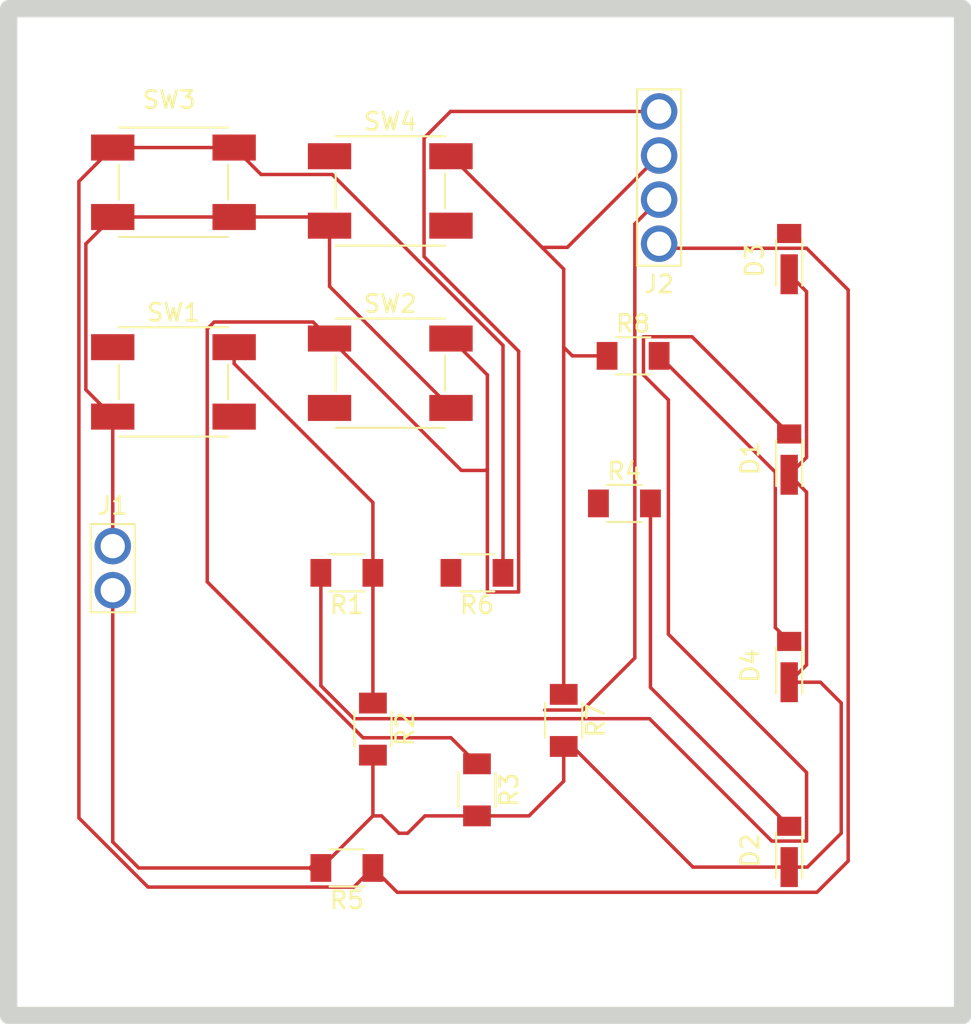
<source format=kicad_pcb>
(kicad_pcb (version 20241229) (generator "pcbnew") (generator_version "9.0")
  (layers (0 "F.Cu" signal) (2 "B.Cu" signal) (13 "F.Paste" user) (15 "B.Paste" user) (5 "F.SilkS" user "F.Silkscreen") (7 "B.SilkS" user "B.Silkscreen") (1 "F.Mask" user) (3 "B.Mask" user) (25 "Edge.Cuts" user))
  (net 0 "")
  (net 1 "Net-(D1-A)")
  (net 2 "PWR_GND")
  (net 3 "Net-(D2-A)")
  (net 4 "Net-(D3-A)")
  (net 5 "Net-(D4-A)")
  (net 6 "PWR_5V")
  (net 7 "/S1")
  (net 8 "/S3")
  (net 9 "/S2")
  (net 10 "/S4")
  (footprint "fab:Button_Omron_B3SN_6.0x6.0mm" (layer "F.Cu") (at 45.5 37.5)
    (property "Reference" "SW2" (at 0 -4 0) (layer "F.SilkS"))
    (property "Value" "Switch_Tactile_Omron")
    (fp_line (start -3.15 -3.15) (end 3.15 -3.15) (stroke (width 0.12)) (layer "F.SilkS"))
    (fp_line (start -3.15 1) (end -3.15 -1) (stroke (width 0.12)) (layer "F.SilkS"))
    (fp_line (start 3.15 -1) (end 3.15 1) (stroke (width 0.12)) (layer "F.SilkS"))
    (fp_line (start 3.15 3.15) (end -3.15 3.15) (stroke (width 0.12)) (layer "F.SilkS"))
    (pad "1" smd rect (at -3.5 -2) (size 2.5 1.5) (layers "F.Cu" "F.Mask" "F.Paste") (net 10 "/S4"))
    (pad "1" smd rect (at 3.5 -2) (size 2.5 1.5) (layers "F.Cu" "F.Mask" "F.Paste") (net 10 "/S4"))
    (pad "2" smd rect (at -3.5 2) (size 2.5 1.5) (layers "F.Cu" "F.Mask" "F.Paste") (net 6 "PWR_5V"))
    (pad "2" smd rect (at 3.5 2) (size 2.5 1.5) (layers "F.Cu" "F.Mask" "F.Paste") (net 6 "PWR_5V"))
  )
  (footprint "fab:Button_Omron_B3SN_6.0x6.0mm" (layer "F.Cu") (at 33 38)
    (property "Reference" "SW1" (at 0 -4 0) (layer "F.SilkS"))
    (property "Value" "Switch_Tactile_Omron")
    (fp_line (start -3.15 -3.15) (end 3.15 -3.15) (stroke (width 0.12)) (layer "F.SilkS"))
    (fp_line (start -3.15 1) (end -3.15 -1) (stroke (width 0.12)) (layer "F.SilkS"))
    (fp_line (start 3.15 -1) (end 3.15 1) (stroke (width 0.12)) (layer "F.SilkS"))
    (fp_line (start 3.15 3.15) (end -3.15 3.15) (stroke (width 0.12)) (layer "F.SilkS"))
    (pad "1" smd rect (at -3.5 -2) (size 2.5 1.5) (layers "F.Cu" "F.Mask" "F.Paste") (net 9 "/S2"))
    (pad "1" smd rect (at 3.5 -2) (size 2.5 1.5) (layers "F.Cu" "F.Mask" "F.Paste") (net 9 "/S2"))
    (pad "2" smd rect (at -3.5 2) (size 2.5 1.5) (layers "F.Cu" "F.Mask" "F.Paste") (net 6 "PWR_5V"))
    (pad "2" smd rect (at 3.5 2) (size 2.5 1.5) (layers "F.Cu" "F.Mask" "F.Paste") (net 6 "PWR_5V"))
  )
  (footprint "fab:R_1206" (layer "F.Cu") (at 50.5 61.5 -90)
    (property "Reference" "R3" (at 0 -1.85 90) (layer "F.SilkS"))
    (property "Value" "R_1206")
    (fp_line (start 1 1.07) (end -1 1.07) (stroke (width 0.12)) (layer "F.SilkS"))
    (fp_line (start -1 -1.07) (end 1 -1.07) (stroke (width 0.12)) (layer "F.SilkS"))
    (pad "1" smd rect (at -1.5 0 270) (size 1.2 1.6) (layers "F.Cu" "F.Mask" "F.Paste") (net 10 "/S4"))
    (pad "2" smd rect (at 1.5 0 270) (size 1.2 1.6) (layers "F.Cu" "F.Mask" "F.Paste") (net 2 "PWR_GND"))
  )
  (footprint "fab:LED_Luminus_1206" (layer "F.Cu") (at 68.5 54.35 -90)
    (property "Reference" "D4" (at 0 2.25 90) (layer "F.SilkS"))
    (property "Value" "LED_Luminus_1206")
    (fp_line (start -1.04 0.75) (end 1.6 0.75) (stroke (width 0.12)) (layer "F.SilkS"))
    (fp_line (start 1.6 -0.75) (end -1.06 -0.75) (stroke (width 0.12)) (layer "F.SilkS"))
    (pad "1" smd rect (at 0.95 0 270) (size 2.3 1) (layers "F.Cu" "F.Mask" "F.Paste") (net 2 "PWR_GND"))
    (pad "2" smd rect (at -1.4 0 270) (size 1.1 1.4) (layers "F.Cu" "F.Mask" "F.Paste") (net 5 "Net-(D4-A)"))
  )
  (footprint "fab:R_1206" (layer "F.Cu") (at 43 49 180)
    (property "Reference" "R1" (at 0 -1.85 0) (layer "F.SilkS"))
    (property "Value" "R_1206")
    (fp_line (start 1 1.07) (end -1 1.07) (stroke (width 0.12)) (layer "F.SilkS"))
    (fp_line (start -1 -1.07) (end 1 -1.07) (stroke (width 0.12)) (layer "F.SilkS"))
    (pad "1" smd rect (at -1.5 0 180) (size 1.2 1.6) (layers "F.Cu" "F.Mask" "F.Paste") (net 9 "/S2"))
    (pad "2" smd rect (at 1.5 0 180) (size 1.2 1.6) (layers "F.Cu" "F.Mask" "F.Paste") (net 1 "Net-(D1-A)"))
  )
  (footprint "fab:Button_Omron_B3SN_6.0x6.0mm" (layer "F.Cu") (at 45.5 27)
    (property "Reference" "SW4" (at 0 -4 0) (layer "F.SilkS"))
    (property "Value" "Switch_Tactile_Omron")
    (fp_line (start -3.15 -3.15) (end 3.15 -3.15) (stroke (width 0.12)) (layer "F.SilkS"))
    (fp_line (start -3.15 1) (end -3.15 -1) (stroke (width 0.12)) (layer "F.SilkS"))
    (fp_line (start 3.15 -1) (end 3.15 1) (stroke (width 0.12)) (layer "F.SilkS"))
    (fp_line (start 3.15 3.15) (end -3.15 3.15) (stroke (width 0.12)) (layer "F.SilkS"))
    (pad "1" smd rect (at -3.5 -2) (size 2.5 1.5) (layers "F.Cu" "F.Mask" "F.Paste") (net 8 "/S3"))
    (pad "1" smd rect (at 3.5 -2) (size 2.5 1.5) (layers "F.Cu" "F.Mask" "F.Paste") (net 8 "/S3"))
    (pad "2" smd rect (at -3.5 2) (size 2.5 1.5) (layers "F.Cu" "F.Mask" "F.Paste") (net 6 "PWR_5V"))
    (pad "2" smd rect (at 3.5 2) (size 2.5 1.5) (layers "F.Cu" "F.Mask" "F.Paste") (net 6 "PWR_5V"))
  )
  (footprint "fab:R_1206" (layer "F.Cu") (at 59 45)
    (property "Reference" "R4" (at 0 -1.85 0) (layer "F.SilkS"))
    (property "Value" "R_1206")
    (fp_line (start -1 -1.07) (end 1 -1.07) (stroke (width 0.12)) (layer "F.SilkS"))
    (fp_line (start 1 1.07) (end -1 1.07) (stroke (width 0.12)) (layer "F.SilkS"))
    (pad "1" smd rect (at -1.5 0) (size 1.2 1.6) (layers "F.Cu" "F.Mask" "F.Paste") (net 10 "/S4"))
    (pad "2" smd rect (at 1.5 0) (size 1.2 1.6) (layers "F.Cu" "F.Mask" "F.Paste") (net 3 "Net-(D2-A)"))
  )
  (footprint "fab:R_1206" (layer "F.Cu") (at 59.5 36.5)
    (property "Reference" "R8" (at 0 -1.85 0) (layer "F.SilkS"))
    (property "Value" "R_1206")
    (fp_line (start -1 -1.07) (end 1 -1.07) (stroke (width 0.12)) (layer "F.SilkS"))
    (fp_line (start 1 1.07) (end -1 1.07) (stroke (width 0.12)) (layer "F.SilkS"))
    (pad "1" smd rect (at -1.5 0) (size 1.2 1.6) (layers "F.Cu" "F.Mask" "F.Paste") (net 8 "/S3"))
    (pad "2" smd rect (at 1.5 0) (size 1.2 1.6) (layers "F.Cu" "F.Mask" "F.Paste") (net 5 "Net-(D4-A)"))
  )
  (footprint "fab:PinHeader_1x04_P2.54mm_Vertical_THT_D1.4mm" (layer "F.Cu") (at 61 30.04 180)
    (property "Reference" "J2" (at 0 -2.33 0) (layer "F.SilkS"))
    (property "Value" "SALIDAS")
    (fp_line (start 1.27 -1.27) (end 1.27 8.89) (stroke (width 0.12)) (layer "F.SilkS"))
    (fp_line (start -1.27 8.89) (end 1.27 8.89) (stroke (width 0.12)) (layer "F.SilkS"))
    (fp_line (start -1.27 -1.27) (end 1.27 -1.27) (stroke (width 0.12)) (layer "F.SilkS"))
    (fp_line (start -1.27 -1.27) (end -1.27 8.89) (stroke (width 0.12)) (layer "F.SilkS"))
    (pad "1" thru_hole circle (at 0 0 180) (size 2.1 2.1) (drill 1.4) (layers "*.Cu" "*.Mask") (net 7 "/S1"))
    (pad "2" thru_hole circle (at 0 2.54 180) (size 2.1 2.1) (drill 1.4) (layers "*.Cu" "*.Mask") (net 9 "/S2"))
    (pad "3" thru_hole circle (at 0 5.08 180) (size 2.1 2.1) (drill 1.4) (layers "*.Cu" "*.Mask") (net 8 "/S3"))
    (pad "4" thru_hole circle (at 0 7.62 180) (size 2.1 2.1) (drill 1.4) (layers "*.Cu" "*.Mask") (net 10 "/S4"))
  )
  (footprint "fab:LED_Luminus_1206" (layer "F.Cu") (at 68.5 30.85 -90)
    (property "Reference" "D3" (at 0.15 2 270) (layer "F.SilkS"))
    (property "Value" "LED_Luminus_1206")
    (fp_line (start -1.04 0.75) (end 1.6 0.75) (stroke (width 0.12)) (layer "F.SilkS"))
    (fp_line (start 1.6 -0.75) (end -1.06 -0.75) (stroke (width 0.12)) (layer "F.SilkS"))
    (pad "1" smd rect (at 0.95 0 270) (size 2.3 1) (layers "F.Cu" "F.Mask" "F.Paste") (net 2 "PWR_GND"))
    (pad "2" smd rect (at -1.4 0 270) (size 1.1 1.4) (layers "F.Cu" "F.Mask" "F.Paste") (net 4 "Net-(D3-A)"))
  )
  (footprint "fab:R_1206" (layer "F.Cu") (at 50.5 49 180)
    (property "Reference" "R6" (at 0 -1.85 0) (layer "F.SilkS"))
    (property "Value" "R_1206")
    (fp_line (start 1 1.07) (end -1 1.07) (stroke (width 0.12)) (layer "F.SilkS"))
    (fp_line (start -1 -1.07) (end 1 -1.07) (stroke (width 0.12)) (layer "F.SilkS"))
    (pad "1" smd rect (at -1.5 0 180) (size 1.2 1.6) (layers "F.Cu" "F.Mask" "F.Paste") (net 7 "/S1"))
    (pad "2" smd rect (at 1.5 0 180) (size 1.2 1.6) (layers "F.Cu" "F.Mask" "F.Paste") (net 4 "Net-(D3-A)"))
  )
  (footprint "fab:Button_Omron_B3SN_6.0x6.0mm" (layer "F.Cu") (at 33 26.5)
    (property "Reference" "SW3" (at -0.25 -4.75 0) (layer "F.SilkS"))
    (property "Value" "Switch_Tactile_Omron")
    (fp_line (start -3.15 -3.15) (end 3.15 -3.15) (stroke (width 0.12)) (layer "F.SilkS"))
    (fp_line (start -3.15 1) (end -3.15 -1) (stroke (width 0.12)) (layer "F.SilkS"))
    (fp_line (start 3.15 -1) (end 3.15 1) (stroke (width 0.12)) (layer "F.SilkS"))
    (fp_line (start 3.15 3.15) (end -3.15 3.15) (stroke (width 0.12)) (layer "F.SilkS"))
    (pad "1" smd rect (at -3.5 -2) (size 2.5 1.5) (layers "F.Cu" "F.Mask" "F.Paste") (net 7 "/S1"))
    (pad "1" smd rect (at 3.5 -2) (size 2.5 1.5) (layers "F.Cu" "F.Mask" "F.Paste") (net 7 "/S1"))
    (pad "2" smd rect (at -3.5 2) (size 2.5 1.5) (layers "F.Cu" "F.Mask" "F.Paste") (net 6 "PWR_5V"))
    (pad "2" smd rect (at 3.5 2) (size 2.5 1.5) (layers "F.Cu" "F.Mask" "F.Paste") (net 6 "PWR_5V"))
  )
  (footprint "fab:R_1206" (layer "F.Cu") (at 55.5 57.5 -90)
    (property "Reference" "R7" (at 0 -1.85 90) (layer "F.SilkS"))
    (property "Value" "R_1206")
    (fp_line (start 1 1.07) (end -1 1.07) (stroke (width 0.12)) (layer "F.SilkS"))
    (fp_line (start -1 -1.07) (end 1 -1.07) (stroke (width 0.12)) (layer "F.SilkS"))
    (pad "1" smd rect (at -1.5 0 270) (size 1.2 1.6) (layers "F.Cu" "F.Mask" "F.Paste") (net 8 "/S3"))
    (pad "2" smd rect (at 1.5 0 270) (size 1.2 1.6) (layers "F.Cu" "F.Mask" "F.Paste") (net 2 "PWR_GND"))
  )
  (footprint "fab:PinHeader_1x02_P2.54mm_Vertical_THT_D1.4mm" (layer "F.Cu") (at 29.5 47.46)
    (property "Reference" "J1" (at 0 -2.33 0) (layer "F.SilkS"))
    (property "Value" "Alimentacion")
    (fp_line (start -1.27 -1.27) (end -1.27 3.81) (stroke (width 0.12)) (layer "F.SilkS"))
    (fp_line (start -1.27 -1.27) (end 1.27 -1.27) (stroke (width 0.12)) (layer "F.SilkS"))
    (fp_line (start -1.27 3.81) (end 1.27 3.81) (stroke (width 0.12)) (layer "F.SilkS"))
    (fp_line (start 1.27 -1.27) (end 1.27 3.81) (stroke (width 0.12)) (layer "F.SilkS"))
    (pad "1" thru_hole circle (at 0 0) (size 2.1 2.1) (drill 1.4) (layers "*.Cu" "*.Mask") (net 6 "PWR_5V"))
    (pad "2" thru_hole circle (at 0 2.54) (size 2.1 2.1) (drill 1.4) (layers "*.Cu" "*.Mask") (net 2 "PWR_GND"))
  )
  (footprint "fab:LED_Luminus_1206" (layer "F.Cu") (at 68.5 42.4 -90)
    (property "Reference" "D1" (at 0 2.25 90) (layer "F.SilkS"))
    (property "Value" "LED_Luminus_1206")
    (fp_line (start -1.04 0.75) (end 1.6 0.75) (stroke (width 0.12)) (layer "F.SilkS"))
    (fp_line (start 1.6 -0.75) (end -1.06 -0.75) (stroke (width 0.12)) (layer "F.SilkS"))
    (pad "1" smd rect (at 0.95 0 270) (size 2.3 1) (layers "F.Cu" "F.Mask" "F.Paste") (net 2 "PWR_GND"))
    (pad "2" smd rect (at -1.4 0 270) (size 1.1 1.4) (layers "F.Cu" "F.Mask" "F.Paste") (net 1 "Net-(D1-A)"))
  )
  (footprint "fab:R_1206" (layer "F.Cu") (at 44.5 58 -90)
    (property "Reference" "R2" (at 0 -1.85 90) (layer "F.SilkS"))
    (property "Value" "R_1206")
    (fp_line (start 1 1.07) (end -1 1.07) (stroke (width 0.12)) (layer "F.SilkS"))
    (fp_line (start -1 -1.07) (end 1 -1.07) (stroke (width 0.12)) (layer "F.SilkS"))
    (pad "1" smd rect (at -1.5 0 270) (size 1.2 1.6) (layers "F.Cu" "F.Mask" "F.Paste") (net 9 "/S2"))
    (pad "2" smd rect (at 1.5 0 270) (size 1.2 1.6) (layers "F.Cu" "F.Mask" "F.Paste") (net 2 "PWR_GND"))
  )
  (footprint "fab:R_1206" (layer "F.Cu") (at 43 66 180)
    (property "Reference" "R5" (at 0 -1.85 0) (layer "F.SilkS"))
    (property "Value" "R_1206")
    (fp_line (start 1 1.07) (end -1 1.07) (stroke (width 0.12)) (layer "F.SilkS"))
    (fp_line (start -1 -1.07) (end 1 -1.07) (stroke (width 0.12)) (layer "F.SilkS"))
    (pad "1" smd rect (at -1.5 0 180) (size 1.2 1.6) (layers "F.Cu" "F.Mask" "F.Paste") (net 7 "/S1"))
    (pad "2" smd rect (at 1.5 0 180) (size 1.2 1.6) (layers "F.Cu" "F.Mask" "F.Paste") (net 2 "PWR_GND"))
  )
  (footprint "fab:LED_Luminus_1206" (layer "F.Cu") (at 68.5 65 -90)
    (property "Reference" "D2" (at 0 2.25 90) (layer "F.SilkS"))
    (property "Value" "LED_Luminus_1206")
    (fp_line (start -1.04 0.75) (end 1.6 0.75) (stroke (width 0.12)) (layer "F.SilkS"))
    (fp_line (start 1.6 -0.75) (end -1.06 -0.75) (stroke (width 0.12)) (layer "F.SilkS"))
    (pad "1" smd rect (at 0.95 0 270) (size 2.3 1) (layers "F.Cu" "F.Mask" "F.Paste") (net 2 "PWR_GND"))
    (pad "2" smd rect (at -1.4 0 270) (size 1.1 1.4) (layers "F.Cu" "F.Mask" "F.Paste") (net 3 "Net-(D2-A)"))
  )
  (gr_rect (start 23.5 16.5) (end 78.5 74.5) (stroke (width 1)) (fill no) (layer "Edge.Cuts"))
  (segment (start 60.099 35.399) (end 62.899 35.399) (width 0.2) (layer "F.Cu") (net 1))
  (segment (start 61.5339 39.0359) (end 60.099 37.601) (width 0.2) (layer "F.Cu") (net 1))
  (segment (start 41.5 55.502) (end 43.399 57.401) (width 0.2) (layer "F.Cu") (net 1))
  (segment (start 41.5 49) (end 41.5 55.502) (width 0.2) (layer "F.Cu") (net 1))
  (segment (start 69.501 64.451) (end 69.501 60.501) (width 0.2) (layer "F.Cu") (net 1))
  (segment (start 60.099 37.601) (end 60.099 35.399) (width 0.2) (layer "F.Cu") (net 1))
  (segment (start 61.5339 52.5339) (end 61.5339 39.0359) (width 0.2) (layer "F.Cu") (net 1))
  (segment (start 60.449 57.401) (end 67.499 64.451) (width 0.2) (layer "F.Cu") (net 1))
  (segment (start 43.399 57.401) (end 60.449 57.401) (width 0.2) (layer "F.Cu") (net 1))
  (segment (start 62.899 35.399) (end 68.5 41) (width 0.2) (layer "F.Cu") (net 1))
  (segment (start 69.501 60.501) (end 61.5339 52.5339) (width 0.2) (layer "F.Cu") (net 1))
  (segment (start 67.499 64.451) (end 69.501 64.451) (width 0.2) (layer "F.Cu") (net 1))
  (segment (start 29.5 50) (end 29.5 64.5) (width 0.2) (layer "F.Cu") (net 2))
  (segment (start 46 64) (end 46.5 64) (width 0.2) (layer "F.Cu") (net 2))
  (segment (start 41.5 66) (end 41 66) (width 0.4) (layer "F.Cu") (net 2))
  (segment (start 46.5 64) (end 47.5 63) (width 0.2) (layer "F.Cu") (net 2))
  (segment (start 68.5 55.3) (end 69.5 54.3) (width 0.2) (layer "F.Cu") (net 2))
  (segment (start 71.5 56.5) (end 70.3 55.3) (width 0.2) (layer "F.Cu") (net 2))
  (segment (start 41.5 66) (end 44.5 63) (width 0.2) (layer "F.Cu") (net 2))
  (segment (start 44.5 63) (end 44.5 59.5) (width 0.2) (layer "F.Cu") (net 2))
  (segment (start 69.5 32.8) (end 68.5 31.8) (width 0.2) (layer "F.Cu") (net 2))
  (segment (start 50.5 63) (end 53.5 63) (width 0.2) (layer "F.Cu") (net 2))
  (segment (start 69.55 65.95) (end 71.5 64) (width 0.2) (layer "F.Cu") (net 2))
  (segment (start 53.5 63) (end 55.5 61) (width 0.2) (layer "F.Cu") (net 2))
  (segment (start 55.5 59) (end 56 59) (width 0.2) (layer "F.Cu") (net 2))
  (segment (start 29.5 64.5) (end 31 66) (width 0.2) (layer "F.Cu") (net 2))
  (segment (start 45 63) (end 46 64) (width 0.2) (layer "F.Cu") (net 2))
  (segment (start 69.5 42.35) (end 69.5 32.8) (width 0.2) (layer "F.Cu") (net 2))
  (segment (start 44.5 63) (end 45 63) (width 0.2) (layer "F.Cu") (net 2))
  (segment (start 69.5 54.3) (end 69.5 44.35) (width 0.2) (layer "F.Cu") (net 2))
  (segment (start 56 59) (end 62.95 65.95) (width 0.2) (layer "F.Cu") (net 2))
  (segment (start 55.5 61) (end 55.5 59) (width 0.2) (layer "F.Cu") (net 2))
  (segment (start 68.5 65.95) (end 69.55 65.95) (width 0.2) (layer "F.Cu") (net 2))
  (segment (start 68.5 43.35) (end 69.5 42.35) (width 0.2) (layer "F.Cu") (net 2))
  (segment (start 47.5 63) (end 50.5 63) (width 0.2) (layer "F.Cu") (net 2))
  (segment (start 70.3 55.3) (end 68.5 55.3) (width 0.2) (layer "F.Cu") (net 2))
  (segment (start 31 66) (end 41.5 66) (width 0.2) (layer "F.Cu") (net 2))
  (segment (start 71.5 64) (end 71.5 56.5) (width 0.2) (layer "F.Cu") (net 2))
  (segment (start 69.5 44.35) (end 68.5 43.35) (width 0.2) (layer "F.Cu") (net 2))
  (segment (start 62.95 65.95) (end 68.5 65.95) (width 0.2) (layer "F.Cu") (net 2))
  (segment (start 60.5 45) (end 60.5 55.6) (width 0.2) (layer "F.Cu") (net 3))
  (segment (start 60.5 55.6) (end 68.5 63.6) (width 0.2) (layer "F.Cu") (net 3))
  (segment (start 61 36.5) (end 67.699 43.199) (width 0.2) (layer "F.Cu") (net 5))
  (segment (start 67.699 43.199) (end 67.699 52.149) (width 0.2) (layer "F.Cu") (net 5))
  (segment (start 67.699 52.149) (end 68.5 52.95) (width 0.2) (layer "F.Cu") (net 5))
  (segment (start 27.949 30.051) (end 29.5 28.5) (width 0.2) (layer "F.Cu") (net 6))
  (segment (start 41.5 28.5) (end 42 29) (width 0.2) (layer "F.Cu") (net 6))
  (segment (start 29.5 47.46) (end 29.5 40) (width 0.2) (layer "F.Cu") (net 6))
  (segment (start 42 32.5) (end 49 39.5) (width 0.2) (layer "F.Cu") (net 6))
  (segment (start 29.5 28.5) (end 41.5 28.5) (width 0.2) (layer "F.Cu") (net 6))
  (segment (start 29.5 40) (end 27.949 38.449) (width 0.2) (layer "F.Cu") (net 6))
  (segment (start 42 29) (end 42 32.5) (width 0.2) (layer "F.Cu") (net 6))
  (segment (start 27.949 38.449) (end 27.949 30.051) (width 0.2) (layer "F.Cu") (net 6))
  (segment (start 36.5 24.5) (end 38.051 26.051) (width 0.2) (layer "F.Cu") (net 7))
  (segment (start 71.901 32.701) (end 69.501 30.301) (width 0.2) (layer "F.Cu") (net 7))
  (segment (start 27.548 63.1151) (end 31.5339 67.101) (width 0.2) (layer "F.Cu") (net 7))
  (segment (start 27.548 26.452) (end 27.548 63.1151) (width 0.2) (layer "F.Cu") (net 7))
  (segment (start 70.099 67.401) (end 71.901 65.599) (width 0.2) (layer "F.Cu") (net 7))
  (segment (start 38.051 26.051) (end 42.153 26.051) (width 0.2) (layer "F.Cu") (net 7))
  (segment (start 69.501 30.301) (end 61.261 30.301) (width 0.2) (layer "F.Cu") (net 7))
  (segment (start 42.153 26.051) (end 52 35.898) (width 0.2) (layer "F.Cu") (net 7))
  (segment (start 31.5339 67.101) (end 43.399 67.101) (width 0.2) (layer "F.Cu") (net 7))
  (segment (start 43.399 67.101) (end 44.5 66) (width 0.2) (layer "F.Cu") (net 7))
  (segment (start 71.901 65.599) (end 71.901 32.701) (width 0.2) (layer "F.Cu") (net 7))
  (segment (start 44.5 66) (end 45.901 67.401) (width 0.2) (layer "F.Cu") (net 7))
  (segment (start 61.261 30.301) (end 61 30.04) (width 0.2) (layer "F.Cu") (net 7))
  (segment (start 45.901 67.401) (end 70.099 67.401) (width 0.2) (layer "F.Cu") (net 7))
  (segment (start 29.5 24.5) (end 27.548 26.452) (width 0.2) (layer "F.Cu") (net 7))
  (segment (start 36.5 24.5) (end 29.5 24.5) (width 0.2) (layer "F.Cu") (net 7))
  (segment (start 52 35.898) (end 52 49) (width 0.2) (layer "F.Cu") (net 7))
  (segment (start 55.5 36) (end 55.5 56) (width 0.2) (layer "F.Cu") (net 8))
  (segment (start 55.5 36) (end 56 36.5) (width 0.2) (layer "F.Cu") (net 8))
  (segment (start 56 36.5) (end 58 36.5) (width 0.2) (layer "F.Cu") (net 8))
  (segment (start 53.5 29.5) (end 54.25 30.25) (width 0.2) (layer "F.Cu") (net 8))
  (segment (start 55.5 31.5) (end 55.5 36) (width 0.2) (layer "F.Cu") (net 8))
  (segment (start 54.25 30.25) (end 55.71 30.25) (width 0.2) (layer "F.Cu") (net 8))
  (segment (start 54.25 30.25) (end 55.5 31.5) (width 0.2) (layer "F.Cu") (net 8))
  (segment (start 55.71 30.25) (end 61 24.96) (width 0.2) (layer "F.Cu") (net 8))
  (segment (start 49 25) (end 53.5 29.5) (width 0.2) (layer "F.Cu") (net 8))
  (segment (start 36.5 36.95) (end 42.775 43.225) (width 0.2) (layer "F.Cu") (net 9))
  (segment (start 59.599 28.901) (end 61 27.5) (width 0.2) (layer "F.Cu") (net 9))
  (segment (start 42.775 43.225) (end 44.5 44.95) (width 0.2) (layer "F.Cu") (net 9))
  (segment (start 44.5 49) (end 44.5 56.5) (width 0.2) (layer "F.Cu") (net 9))
  (segment (start 36.5 36) (end 36.5 36.95) (width 0.2) (layer "F.Cu") (net 9))
  (segment (start 54.399 56.901) (end 56.601 56.901) (width 0.2) (layer "F.Cu") (net 9))
  (segment (start 59.599 53.903) (end 59.599 28.901) (width 0.2) (layer "F.Cu") (net 9))
  (segment (start 56.601 56.901) (end 59.599 53.903) (width 0.2) (layer "F.Cu") (net 9))
  (segment (start 44.5 44.95) (end 44.5 49) (width 0.2) (layer "F.Cu") (net 9))
  (segment (start 52.901 50.101) (end 52.901 36.2319) (width 0.2) (layer "F.Cu") (net 10))
  (segment (start 47.449 23.949) (end 48.978 22.42) (width 0.2) (layer "F.Cu") (net 10))
  (segment (start 51.099 37.599) (end 51.099 43) (width 0.2) (layer "F.Cu") (net 10))
  (segment (start 51.099 43) (end 51.099 50.101) (width 0.2) (layer "F.Cu") (net 10))
  (segment (start 47.449 30.7799) (end 47.449 23.949) (width 0.2) (layer "F.Cu") (net 10))
  (segment (start 52.901 36.2319) (end 47.449 30.7799) (width 0.2) (layer "F.Cu") (net 10))
  (segment (start 35.348 34.55) (end 41.05 34.55) (width 0.2) (layer "F.Cu") (net 10))
  (segment (start 34.949 34.949) (end 35.348 34.55) (width 0.2) (layer "F.Cu") (net 10))
  (segment (start 43.9309 58.5) (end 34.949 49.5181) (width 0.2) (layer "F.Cu") (net 10))
  (segment (start 49 58.5) (end 43.9309 58.5) (width 0.2) (layer "F.Cu") (net 10))
  (segment (start 41.05 34.55) (end 42 35.5) (width 0.2) (layer "F.Cu") (net 10))
  (segment (start 49 35.5) (end 51.099 37.599) (width 0.2) (layer "F.Cu") (net 10))
  (segment (start 51 43.099) (end 51.099 43) (width 0.2) (layer "F.Cu") (net 10))
  (segment (start 49.599 43.099) (end 51 43.099) (width 0.2) (layer "F.Cu") (net 10))
  (segment (start 34.949 49.5181) (end 34.949 34.949) (width 0.2) (layer "F.Cu") (net 10))
  (segment (start 48.978 22.42) (end 61 22.42) (width 0.2) (layer "F.Cu") (net 10))
  (segment (start 50.5 60) (end 49 58.5) (width 0.2) (layer "F.Cu") (net 10))
  (segment (start 51.099 50.101) (end 52.901 50.101) (width 0.2) (layer "F.Cu") (net 10))
  (segment (start 42 35.5) (end 49.599 43.099) (width 0.2) (layer "F.Cu") (net 10))
)
</source>
